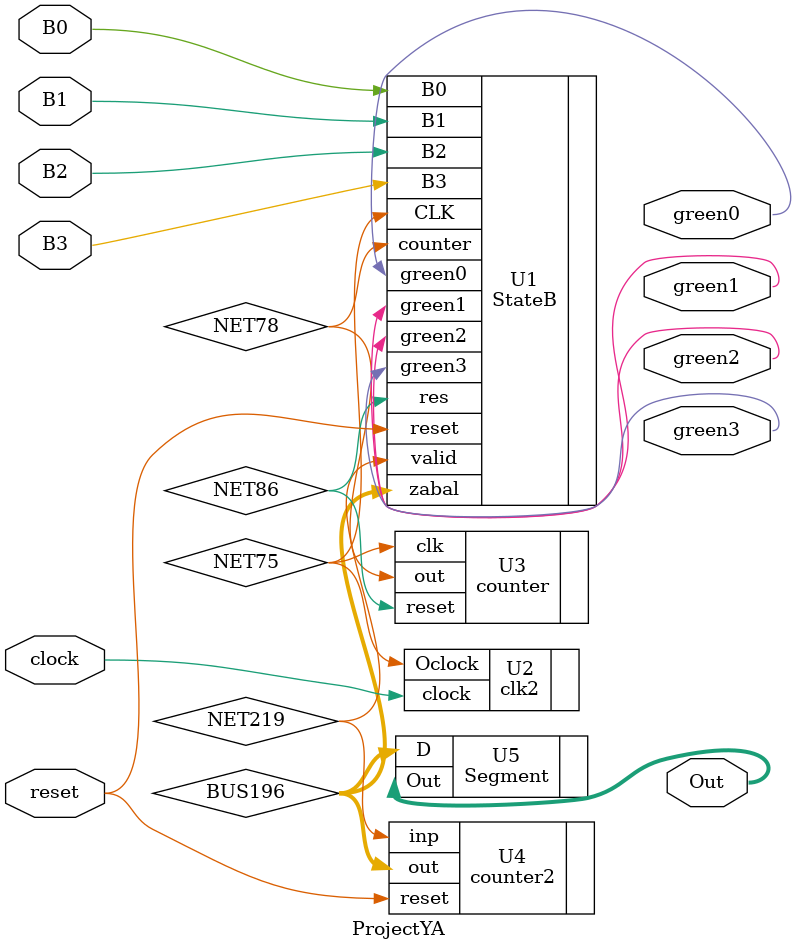
<source format=v>

`ifdef _VCP
`else
`define library(a,b)
`endif


`timescale 1ps / 1ps

module ProjectYA (B0,B1,B2,B3,clock,reset,green0,green1,green2,green3,
Out) ;

// ------------ Port declarations --------- //
input B0;
wire B0;
input B1;
wire B1;
input B2;
wire B2;
input B3;
wire B3;
input clock;
wire clock;
input reset;
wire reset;
output green0;
wire green0;
output green1;
wire green1;
output green2;
wire green2;
output green3;
wire green3;
output [6:0] Out;
wire [6:0] Out;

// ----------- Signal declarations -------- //
wire NET219;
wire NET75;
wire NET78;
wire NET86;
wire [3:0] BUS196;

// -------- Component instantiations -------//

StateB U1
(
	.B0(B0),
	.B1(B1),
	.B2(B2),
	.B3(B3),
	.CLK(NET75),
	.counter(NET78),
	.green0(green0),
	.green1(green1),
	.green2(green2),
	.green3(green3),
	.res(NET86),
	.reset(reset),
	.valid(NET219),
	.zabal(BUS196)
);



clk2 U2
(
	.Oclock(NET75),
	.clock(clock)
);



counter U3
(
	.clk(NET75),
	.out(NET78),
	.reset(NET86)
);



counter2 U4
(
	.inp(NET219),
	.out(BUS196),
	.reset(reset)
);



Segment U5
(
	.D(BUS196),
	.Out(Out)
);



endmodule 

</source>
